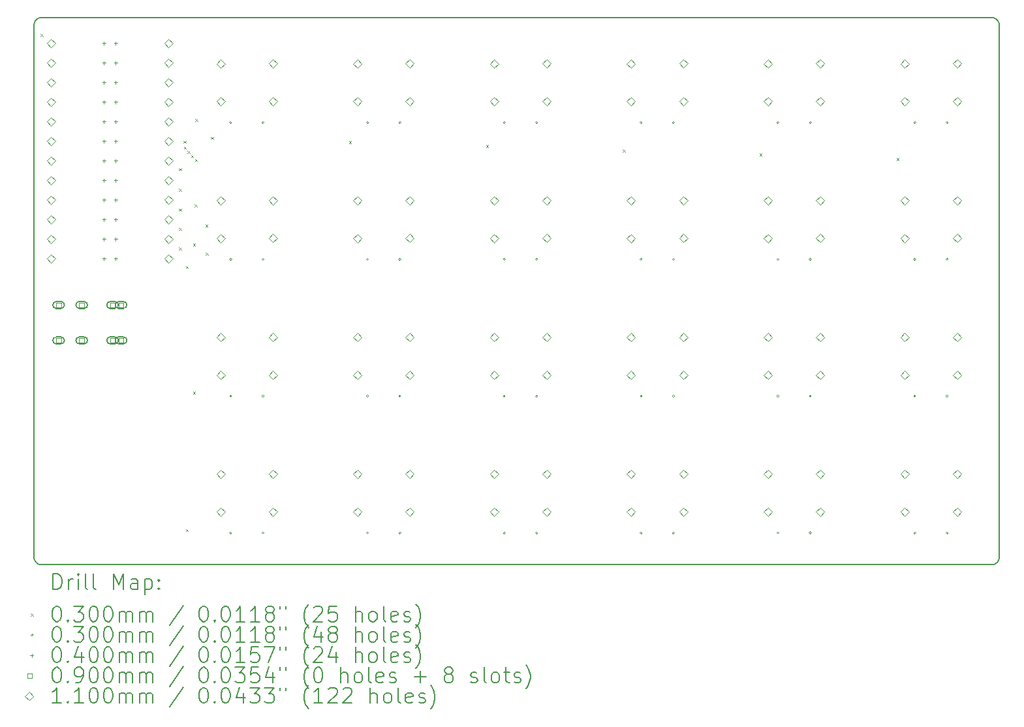
<source format=gbr>
%TF.GenerationSoftware,KiCad,Pcbnew,(6.0.10)*%
%TF.CreationDate,2023-01-29T20:47:39-05:00*%
%TF.ProjectId,shortstack,73686f72-7473-4746-9163-6b2e6b696361,v1.0.0*%
%TF.SameCoordinates,Original*%
%TF.FileFunction,Drillmap*%
%TF.FilePolarity,Positive*%
%FSLAX45Y45*%
G04 Gerber Fmt 4.5, Leading zero omitted, Abs format (unit mm)*
G04 Created by KiCad (PCBNEW (6.0.10)) date 2023-01-29 20:47:39*
%MOMM*%
%LPD*%
G01*
G04 APERTURE LIST*
%ADD10C,0.150000*%
%ADD11C,0.200000*%
%ADD12C,0.030000*%
%ADD13C,0.040000*%
%ADD14C,0.090000*%
%ADD15C,0.110000*%
G04 APERTURE END LIST*
D10*
X9662500Y-887500D02*
G75*
G03*
X9762500Y-787500I0J100000D01*
G01*
X9762500Y6112500D02*
G75*
G03*
X9662500Y6212500I-100000J0D01*
G01*
X-2762500Y-787500D02*
G75*
G03*
X-2662500Y-887500I100000J0D01*
G01*
X-2662500Y6212500D02*
X9662500Y6212500D01*
X9762500Y6112500D02*
X9762500Y-787500D01*
X9662500Y-887500D02*
X-2662500Y-887500D01*
X-2762500Y-787500D02*
X-2762500Y6112500D01*
X-2662500Y6212500D02*
G75*
G03*
X-2762500Y6112500I0J-100000D01*
G01*
D11*
D12*
X-2676086Y5997804D02*
X-2646086Y5967804D01*
X-2646086Y5997804D02*
X-2676086Y5967804D01*
X-882185Y4257642D02*
X-852185Y4227642D01*
X-852185Y4257642D02*
X-882185Y4227642D01*
X-882104Y3226705D02*
X-852104Y3196705D01*
X-852104Y3226705D02*
X-882104Y3196705D01*
X-881633Y3732604D02*
X-851633Y3702604D01*
X-851633Y3732604D02*
X-881633Y3702604D01*
X-880972Y3482227D02*
X-850972Y3452227D01*
X-850972Y3482227D02*
X-880972Y3452227D01*
X-879422Y3990846D02*
X-849422Y3960846D01*
X-849422Y3990846D02*
X-879422Y3960846D01*
X-819313Y4611450D02*
X-789313Y4581450D01*
X-789313Y4611450D02*
X-819313Y4581450D01*
X-818364Y4537941D02*
X-788364Y4507941D01*
X-788364Y4537941D02*
X-818364Y4507941D01*
X-792135Y2986330D02*
X-762135Y2956330D01*
X-762135Y2986330D02*
X-792135Y2956330D01*
X-791311Y-423716D02*
X-761311Y-453716D01*
X-761311Y-423716D02*
X-791311Y-453716D01*
X-772317Y4481747D02*
X-742317Y4451747D01*
X-742317Y4481747D02*
X-772317Y4451747D01*
X-723961Y4427528D02*
X-693961Y4397528D01*
X-693961Y4427528D02*
X-723961Y4397528D01*
X-696908Y1359720D02*
X-666908Y1329720D01*
X-666908Y1359720D02*
X-696908Y1329720D01*
X-696658Y3278154D02*
X-666658Y3248154D01*
X-666658Y3278154D02*
X-696658Y3248154D01*
X-678651Y3785789D02*
X-648651Y3755789D01*
X-648651Y3785789D02*
X-678651Y3755789D01*
X-671451Y4377158D02*
X-641451Y4347158D01*
X-641451Y4377158D02*
X-671451Y4347158D01*
X-666589Y4897742D02*
X-636589Y4867742D01*
X-636589Y4897742D02*
X-666589Y4867742D01*
X-535458Y3525313D02*
X-505458Y3495313D01*
X-505458Y3525313D02*
X-535458Y3495313D01*
X-534234Y3159390D02*
X-504234Y3129390D01*
X-504234Y3159390D02*
X-534234Y3129390D01*
X-464999Y4663741D02*
X-434999Y4633741D01*
X-434999Y4663741D02*
X-464999Y4633741D01*
X1327299Y4609722D02*
X1357299Y4579722D01*
X1357299Y4609722D02*
X1327299Y4579722D01*
X3102299Y4556975D02*
X3132299Y4526975D01*
X3132299Y4556975D02*
X3102299Y4526975D01*
X4877299Y4498757D02*
X4907299Y4468757D01*
X4907299Y4498757D02*
X4877299Y4468757D01*
X6652299Y4445916D02*
X6682299Y4415916D01*
X6682299Y4445916D02*
X6652299Y4415916D01*
X8427299Y4390228D02*
X8457299Y4360228D01*
X8457299Y4390228D02*
X8427299Y4360228D01*
X-195000Y4850000D02*
G75*
G03*
X-195000Y4850000I-15000J0D01*
G01*
X-195000Y3075000D02*
G75*
G03*
X-195000Y3075000I-15000J0D01*
G01*
X-195000Y1300000D02*
G75*
G03*
X-195000Y1300000I-15000J0D01*
G01*
X-195000Y-475000D02*
G75*
G03*
X-195000Y-475000I-15000J0D01*
G01*
X225000Y4850000D02*
G75*
G03*
X225000Y4850000I-15000J0D01*
G01*
X225000Y3075000D02*
G75*
G03*
X225000Y3075000I-15000J0D01*
G01*
X225000Y1300000D02*
G75*
G03*
X225000Y1300000I-15000J0D01*
G01*
X225000Y-475000D02*
G75*
G03*
X225000Y-475000I-15000J0D01*
G01*
X1580000Y4850000D02*
G75*
G03*
X1580000Y4850000I-15000J0D01*
G01*
X1580000Y3075000D02*
G75*
G03*
X1580000Y3075000I-15000J0D01*
G01*
X1580000Y1300000D02*
G75*
G03*
X1580000Y1300000I-15000J0D01*
G01*
X1580000Y-475000D02*
G75*
G03*
X1580000Y-475000I-15000J0D01*
G01*
X2000000Y4850000D02*
G75*
G03*
X2000000Y4850000I-15000J0D01*
G01*
X2000000Y3075000D02*
G75*
G03*
X2000000Y3075000I-15000J0D01*
G01*
X2000000Y1300000D02*
G75*
G03*
X2000000Y1300000I-15000J0D01*
G01*
X2000000Y-475000D02*
G75*
G03*
X2000000Y-475000I-15000J0D01*
G01*
X3355000Y4850000D02*
G75*
G03*
X3355000Y4850000I-15000J0D01*
G01*
X3355000Y3075000D02*
G75*
G03*
X3355000Y3075000I-15000J0D01*
G01*
X3355000Y1300000D02*
G75*
G03*
X3355000Y1300000I-15000J0D01*
G01*
X3355000Y-475000D02*
G75*
G03*
X3355000Y-475000I-15000J0D01*
G01*
X3775000Y4850000D02*
G75*
G03*
X3775000Y4850000I-15000J0D01*
G01*
X3775000Y3075000D02*
G75*
G03*
X3775000Y3075000I-15000J0D01*
G01*
X3775000Y1300000D02*
G75*
G03*
X3775000Y1300000I-15000J0D01*
G01*
X3775000Y-475000D02*
G75*
G03*
X3775000Y-475000I-15000J0D01*
G01*
X5130000Y4850000D02*
G75*
G03*
X5130000Y4850000I-15000J0D01*
G01*
X5130000Y3075000D02*
G75*
G03*
X5130000Y3075000I-15000J0D01*
G01*
X5130000Y1300000D02*
G75*
G03*
X5130000Y1300000I-15000J0D01*
G01*
X5130000Y-475000D02*
G75*
G03*
X5130000Y-475000I-15000J0D01*
G01*
X5550000Y4850000D02*
G75*
G03*
X5550000Y4850000I-15000J0D01*
G01*
X5550000Y3075000D02*
G75*
G03*
X5550000Y3075000I-15000J0D01*
G01*
X5550000Y1300000D02*
G75*
G03*
X5550000Y1300000I-15000J0D01*
G01*
X5550000Y-475000D02*
G75*
G03*
X5550000Y-475000I-15000J0D01*
G01*
X6905000Y4850000D02*
G75*
G03*
X6905000Y4850000I-15000J0D01*
G01*
X6905000Y3075000D02*
G75*
G03*
X6905000Y3075000I-15000J0D01*
G01*
X6905000Y1300000D02*
G75*
G03*
X6905000Y1300000I-15000J0D01*
G01*
X6905000Y-475000D02*
G75*
G03*
X6905000Y-475000I-15000J0D01*
G01*
X7325000Y4850000D02*
G75*
G03*
X7325000Y4850000I-15000J0D01*
G01*
X7325000Y3075000D02*
G75*
G03*
X7325000Y3075000I-15000J0D01*
G01*
X7325000Y1300000D02*
G75*
G03*
X7325000Y1300000I-15000J0D01*
G01*
X7325000Y-475000D02*
G75*
G03*
X7325000Y-475000I-15000J0D01*
G01*
X8680000Y4850000D02*
G75*
G03*
X8680000Y4850000I-15000J0D01*
G01*
X8680000Y3075000D02*
G75*
G03*
X8680000Y3075000I-15000J0D01*
G01*
X8680000Y1300000D02*
G75*
G03*
X8680000Y1300000I-15000J0D01*
G01*
X8680000Y-475000D02*
G75*
G03*
X8680000Y-475000I-15000J0D01*
G01*
X9100000Y4850000D02*
G75*
G03*
X9100000Y4850000I-15000J0D01*
G01*
X9100000Y3075000D02*
G75*
G03*
X9100000Y3075000I-15000J0D01*
G01*
X9100000Y1300000D02*
G75*
G03*
X9100000Y1300000I-15000J0D01*
G01*
X9100000Y-475000D02*
G75*
G03*
X9100000Y-475000I-15000J0D01*
G01*
D13*
X-1854196Y5898442D02*
X-1854196Y5858442D01*
X-1874196Y5878442D02*
X-1834196Y5878442D01*
X-1854196Y5644442D02*
X-1854196Y5604442D01*
X-1874196Y5624442D02*
X-1834196Y5624442D01*
X-1854196Y5390442D02*
X-1854196Y5350442D01*
X-1874196Y5370442D02*
X-1834196Y5370442D01*
X-1854196Y5136442D02*
X-1854196Y5096442D01*
X-1874196Y5116442D02*
X-1834196Y5116442D01*
X-1854196Y4882442D02*
X-1854196Y4842442D01*
X-1874196Y4862442D02*
X-1834196Y4862442D01*
X-1854196Y4628442D02*
X-1854196Y4588442D01*
X-1874196Y4608442D02*
X-1834196Y4608442D01*
X-1854196Y4374442D02*
X-1854196Y4334442D01*
X-1874196Y4354442D02*
X-1834196Y4354442D01*
X-1854196Y4120442D02*
X-1854196Y4080442D01*
X-1874196Y4100442D02*
X-1834196Y4100442D01*
X-1854196Y3866442D02*
X-1854196Y3826442D01*
X-1874196Y3846442D02*
X-1834196Y3846442D01*
X-1854196Y3612442D02*
X-1854196Y3572442D01*
X-1874196Y3592442D02*
X-1834196Y3592442D01*
X-1854196Y3358442D02*
X-1854196Y3318442D01*
X-1874196Y3338442D02*
X-1834196Y3338442D01*
X-1854196Y3104442D02*
X-1854196Y3064442D01*
X-1874196Y3084442D02*
X-1834196Y3084442D01*
X-1701796Y5898442D02*
X-1701796Y5858442D01*
X-1721796Y5878442D02*
X-1681796Y5878442D01*
X-1701796Y5644442D02*
X-1701796Y5604442D01*
X-1721796Y5624442D02*
X-1681796Y5624442D01*
X-1701796Y5390442D02*
X-1701796Y5350442D01*
X-1721796Y5370442D02*
X-1681796Y5370442D01*
X-1701796Y5136442D02*
X-1701796Y5096442D01*
X-1721796Y5116442D02*
X-1681796Y5116442D01*
X-1701796Y4882442D02*
X-1701796Y4842442D01*
X-1721796Y4862442D02*
X-1681796Y4862442D01*
X-1701796Y4628442D02*
X-1701796Y4588442D01*
X-1721796Y4608442D02*
X-1681796Y4608442D01*
X-1701796Y4374442D02*
X-1701796Y4334442D01*
X-1721796Y4354442D02*
X-1681796Y4354442D01*
X-1701796Y4120442D02*
X-1701796Y4080442D01*
X-1721796Y4100442D02*
X-1681796Y4100442D01*
X-1701796Y3866442D02*
X-1701796Y3826442D01*
X-1721796Y3846442D02*
X-1681796Y3846442D01*
X-1701796Y3612442D02*
X-1701796Y3572442D01*
X-1721796Y3592442D02*
X-1681796Y3592442D01*
X-1701796Y3358442D02*
X-1701796Y3318442D01*
X-1721796Y3338442D02*
X-1681796Y3338442D01*
X-1701796Y3104442D02*
X-1701796Y3064442D01*
X-1721796Y3084442D02*
X-1681796Y3084442D01*
D14*
X-2410069Y2451207D02*
X-2410069Y2514848D01*
X-2473709Y2514848D01*
X-2473709Y2451207D01*
X-2410069Y2451207D01*
D11*
X-2471889Y2438027D02*
X-2411889Y2438027D01*
X-2471889Y2528027D02*
X-2411889Y2528027D01*
X-2411889Y2438027D02*
G75*
G03*
X-2411889Y2528027I0J45000D01*
G01*
X-2471889Y2528027D02*
G75*
G03*
X-2471889Y2438027I0J-45000D01*
G01*
D14*
X-2410069Y1991207D02*
X-2410069Y2054847D01*
X-2473709Y2054847D01*
X-2473709Y1991207D01*
X-2410069Y1991207D01*
D11*
X-2471889Y1978027D02*
X-2411889Y1978027D01*
X-2471889Y2068027D02*
X-2411889Y2068027D01*
X-2411889Y1978027D02*
G75*
G03*
X-2411889Y2068027I0J45000D01*
G01*
X-2471889Y2068027D02*
G75*
G03*
X-2471889Y1978027I0J-45000D01*
G01*
D14*
X-2110069Y2451207D02*
X-2110069Y2514848D01*
X-2173709Y2514848D01*
X-2173709Y2451207D01*
X-2110069Y2451207D01*
D11*
X-2171889Y2438027D02*
X-2111889Y2438027D01*
X-2171889Y2528027D02*
X-2111889Y2528027D01*
X-2111889Y2438027D02*
G75*
G03*
X-2111889Y2528027I0J45000D01*
G01*
X-2171889Y2528027D02*
G75*
G03*
X-2171889Y2438027I0J-45000D01*
G01*
D14*
X-2110069Y1991207D02*
X-2110069Y2054847D01*
X-2173709Y2054847D01*
X-2173709Y1991207D01*
X-2110069Y1991207D01*
D11*
X-2171889Y1978027D02*
X-2111889Y1978027D01*
X-2171889Y2068027D02*
X-2111889Y2068027D01*
X-2111889Y1978027D02*
G75*
G03*
X-2111889Y2068027I0J45000D01*
G01*
X-2171889Y2068027D02*
G75*
G03*
X-2171889Y1978027I0J-45000D01*
G01*
D14*
X-1710069Y2451207D02*
X-1710069Y2514848D01*
X-1773709Y2514848D01*
X-1773709Y2451207D01*
X-1710069Y2451207D01*
D11*
X-1771889Y2438027D02*
X-1711889Y2438027D01*
X-1771889Y2528027D02*
X-1711889Y2528027D01*
X-1711889Y2438027D02*
G75*
G03*
X-1711889Y2528027I0J45000D01*
G01*
X-1771889Y2528027D02*
G75*
G03*
X-1771889Y2438027I0J-45000D01*
G01*
D14*
X-1710069Y1991207D02*
X-1710069Y2054847D01*
X-1773709Y2054847D01*
X-1773709Y1991207D01*
X-1710069Y1991207D01*
D11*
X-1771889Y1978027D02*
X-1711889Y1978027D01*
X-1771889Y2068027D02*
X-1711889Y2068027D01*
X-1711889Y1978027D02*
G75*
G03*
X-1711889Y2068027I0J45000D01*
G01*
X-1771889Y2068027D02*
G75*
G03*
X-1771889Y1978027I0J-45000D01*
G01*
D14*
X-1600069Y2451207D02*
X-1600069Y2514848D01*
X-1663709Y2514848D01*
X-1663709Y2451207D01*
X-1600069Y2451207D01*
D11*
X-1661889Y2438027D02*
X-1601889Y2438027D01*
X-1661889Y2528027D02*
X-1601889Y2528027D01*
X-1601889Y2438027D02*
G75*
G03*
X-1601889Y2528027I0J45000D01*
G01*
X-1661889Y2528027D02*
G75*
G03*
X-1661889Y2438027I0J-45000D01*
G01*
D14*
X-1600069Y1991207D02*
X-1600069Y2054847D01*
X-1663709Y2054847D01*
X-1663709Y1991207D01*
X-1600069Y1991207D01*
D11*
X-1661889Y1978027D02*
X-1601889Y1978027D01*
X-1661889Y2068027D02*
X-1601889Y2068027D01*
X-1601889Y1978027D02*
G75*
G03*
X-1601889Y2068027I0J45000D01*
G01*
X-1661889Y2068027D02*
G75*
G03*
X-1661889Y1978027I0J-45000D01*
G01*
D15*
X-2539997Y5823442D02*
X-2484997Y5878442D01*
X-2539997Y5933442D01*
X-2594997Y5878442D01*
X-2539997Y5823442D01*
X-2539997Y5823442D02*
X-2484997Y5878442D01*
X-2539997Y5933442D01*
X-2594997Y5878442D01*
X-2539997Y5823442D01*
X-2539997Y5569442D02*
X-2484997Y5624442D01*
X-2539997Y5679442D01*
X-2594997Y5624442D01*
X-2539997Y5569442D01*
X-2539997Y5315442D02*
X-2484997Y5370442D01*
X-2539997Y5425442D01*
X-2594997Y5370442D01*
X-2539997Y5315442D01*
X-2539997Y5061442D02*
X-2484997Y5116442D01*
X-2539997Y5171442D01*
X-2594997Y5116442D01*
X-2539997Y5061442D01*
X-2539997Y4807442D02*
X-2484997Y4862442D01*
X-2539997Y4917442D01*
X-2594997Y4862442D01*
X-2539997Y4807442D01*
X-2539997Y4553442D02*
X-2484997Y4608442D01*
X-2539997Y4663442D01*
X-2594997Y4608442D01*
X-2539997Y4553442D01*
X-2539997Y4299442D02*
X-2484997Y4354442D01*
X-2539997Y4409442D01*
X-2594997Y4354442D01*
X-2539997Y4299442D01*
X-2539997Y4045442D02*
X-2484997Y4100442D01*
X-2539997Y4155442D01*
X-2594997Y4100442D01*
X-2539997Y4045442D01*
X-2539997Y3791442D02*
X-2484997Y3846442D01*
X-2539997Y3901442D01*
X-2594997Y3846442D01*
X-2539997Y3791442D01*
X-2539997Y3537442D02*
X-2484997Y3592442D01*
X-2539997Y3647442D01*
X-2594997Y3592442D01*
X-2539997Y3537442D01*
X-2539997Y3283442D02*
X-2484997Y3338442D01*
X-2539997Y3393442D01*
X-2594997Y3338442D01*
X-2539997Y3283442D01*
X-2539997Y3029442D02*
X-2484997Y3084442D01*
X-2539997Y3139442D01*
X-2594997Y3084442D01*
X-2539997Y3029442D01*
X-1015996Y5823442D02*
X-960996Y5878442D01*
X-1015996Y5933442D01*
X-1070997Y5878442D01*
X-1015996Y5823442D01*
X-1015996Y5823442D02*
X-960996Y5878442D01*
X-1015996Y5933442D01*
X-1070997Y5878442D01*
X-1015996Y5823442D01*
X-1015996Y5569442D02*
X-960996Y5624442D01*
X-1015996Y5679442D01*
X-1070997Y5624442D01*
X-1015996Y5569442D01*
X-1015996Y5315442D02*
X-960996Y5370442D01*
X-1015996Y5425442D01*
X-1070997Y5370442D01*
X-1015996Y5315442D01*
X-1015996Y5061442D02*
X-960996Y5116442D01*
X-1015996Y5171442D01*
X-1070997Y5116442D01*
X-1015996Y5061442D01*
X-1015996Y4807442D02*
X-960996Y4862442D01*
X-1015996Y4917442D01*
X-1070997Y4862442D01*
X-1015996Y4807442D01*
X-1015996Y4553442D02*
X-960996Y4608442D01*
X-1015996Y4663442D01*
X-1070997Y4608442D01*
X-1015996Y4553442D01*
X-1015996Y4299442D02*
X-960996Y4354442D01*
X-1015996Y4409442D01*
X-1070997Y4354442D01*
X-1015996Y4299442D01*
X-1015996Y4045442D02*
X-960996Y4100442D01*
X-1015996Y4155442D01*
X-1070997Y4100442D01*
X-1015996Y4045442D01*
X-1015996Y3791442D02*
X-960996Y3846442D01*
X-1015996Y3901442D01*
X-1070997Y3846442D01*
X-1015996Y3791442D01*
X-1015996Y3537442D02*
X-960996Y3592442D01*
X-1015996Y3647442D01*
X-1070997Y3592442D01*
X-1015996Y3537442D01*
X-1015996Y3283442D02*
X-960996Y3338442D01*
X-1015996Y3393442D01*
X-1070997Y3338442D01*
X-1015996Y3283442D01*
X-1015996Y3029442D02*
X-960996Y3084442D01*
X-1015996Y3139442D01*
X-1070997Y3084442D01*
X-1015996Y3029442D01*
X-340001Y5558766D02*
X-285001Y5613766D01*
X-340001Y5668766D01*
X-395001Y5613766D01*
X-340001Y5558766D01*
X-340001Y5068766D02*
X-285001Y5123766D01*
X-340001Y5178766D01*
X-395001Y5123766D01*
X-340001Y5068766D01*
X-340001Y3783766D02*
X-285001Y3838766D01*
X-340001Y3893766D01*
X-395001Y3838766D01*
X-340001Y3783766D01*
X-340001Y3293766D02*
X-285001Y3348766D01*
X-340001Y3403766D01*
X-395001Y3348766D01*
X-340001Y3293766D01*
X-340001Y2008766D02*
X-285001Y2063766D01*
X-340001Y2118766D01*
X-395001Y2063766D01*
X-340001Y2008766D01*
X-340001Y1518766D02*
X-285001Y1573766D01*
X-340001Y1628766D01*
X-395001Y1573766D01*
X-340001Y1518766D01*
X-340001Y233766D02*
X-285001Y288766D01*
X-340001Y343766D01*
X-395001Y288766D01*
X-340001Y233766D01*
X-340001Y-256234D02*
X-285001Y-201234D01*
X-340001Y-146234D01*
X-395001Y-201234D01*
X-340001Y-256234D01*
X340001Y5560000D02*
X395001Y5615000D01*
X340001Y5670000D01*
X285001Y5615000D01*
X340001Y5560000D01*
X340001Y5070000D02*
X395001Y5125000D01*
X340001Y5180000D01*
X285001Y5125000D01*
X340001Y5070000D01*
X340001Y3785000D02*
X395001Y3840000D01*
X340001Y3895000D01*
X285001Y3840000D01*
X340001Y3785000D01*
X340001Y3295000D02*
X395001Y3350000D01*
X340001Y3405000D01*
X285001Y3350000D01*
X340001Y3295000D01*
X340001Y2010000D02*
X395001Y2065000D01*
X340001Y2120000D01*
X285001Y2065000D01*
X340001Y2010000D01*
X340001Y1520000D02*
X395001Y1575000D01*
X340001Y1630000D01*
X285001Y1575000D01*
X340001Y1520000D01*
X340001Y235000D02*
X395001Y290000D01*
X340001Y345000D01*
X285001Y290000D01*
X340001Y235000D01*
X340001Y-255000D02*
X395001Y-200000D01*
X340001Y-145000D01*
X285001Y-200000D01*
X340001Y-255000D01*
X1434999Y5558766D02*
X1489999Y5613766D01*
X1434999Y5668766D01*
X1379999Y5613766D01*
X1434999Y5558766D01*
X1434999Y5068766D02*
X1489999Y5123766D01*
X1434999Y5178766D01*
X1379999Y5123766D01*
X1434999Y5068766D01*
X1434999Y3783766D02*
X1489999Y3838766D01*
X1434999Y3893766D01*
X1379999Y3838766D01*
X1434999Y3783766D01*
X1434999Y3293766D02*
X1489999Y3348766D01*
X1434999Y3403766D01*
X1379999Y3348766D01*
X1434999Y3293766D01*
X1434999Y2008766D02*
X1489999Y2063766D01*
X1434999Y2118766D01*
X1379999Y2063766D01*
X1434999Y2008766D01*
X1434999Y1518766D02*
X1489999Y1573766D01*
X1434999Y1628766D01*
X1379999Y1573766D01*
X1434999Y1518766D01*
X1434999Y233766D02*
X1489999Y288766D01*
X1434999Y343766D01*
X1379999Y288766D01*
X1434999Y233766D01*
X1434999Y-256234D02*
X1489999Y-201234D01*
X1434999Y-146234D01*
X1379999Y-201234D01*
X1434999Y-256234D01*
X2115001Y5560000D02*
X2170001Y5615000D01*
X2115001Y5670000D01*
X2060001Y5615000D01*
X2115001Y5560000D01*
X2115001Y5070000D02*
X2170001Y5125000D01*
X2115001Y5180000D01*
X2060001Y5125000D01*
X2115001Y5070000D01*
X2115001Y3785000D02*
X2170001Y3840000D01*
X2115001Y3895000D01*
X2060001Y3840000D01*
X2115001Y3785000D01*
X2115001Y3295000D02*
X2170001Y3350000D01*
X2115001Y3405000D01*
X2060001Y3350000D01*
X2115001Y3295000D01*
X2115001Y2010000D02*
X2170001Y2065000D01*
X2115001Y2120000D01*
X2060001Y2065000D01*
X2115001Y2010000D01*
X2115001Y1520000D02*
X2170001Y1575000D01*
X2115001Y1630000D01*
X2060001Y1575000D01*
X2115001Y1520000D01*
X2115001Y235000D02*
X2170001Y290000D01*
X2115001Y345000D01*
X2060001Y290000D01*
X2115001Y235000D01*
X2115001Y-255000D02*
X2170001Y-200000D01*
X2115001Y-145000D01*
X2060001Y-200000D01*
X2115001Y-255000D01*
X3209999Y5558766D02*
X3264999Y5613766D01*
X3209999Y5668766D01*
X3154999Y5613766D01*
X3209999Y5558766D01*
X3209999Y5068766D02*
X3264999Y5123766D01*
X3209999Y5178766D01*
X3154999Y5123766D01*
X3209999Y5068766D01*
X3209999Y3783766D02*
X3264999Y3838766D01*
X3209999Y3893766D01*
X3154999Y3838766D01*
X3209999Y3783766D01*
X3209999Y3293766D02*
X3264999Y3348766D01*
X3209999Y3403766D01*
X3154999Y3348766D01*
X3209999Y3293766D01*
X3209999Y2008766D02*
X3264999Y2063766D01*
X3209999Y2118766D01*
X3154999Y2063766D01*
X3209999Y2008766D01*
X3209999Y1518766D02*
X3264999Y1573766D01*
X3209999Y1628766D01*
X3154999Y1573766D01*
X3209999Y1518766D01*
X3209999Y233766D02*
X3264999Y288766D01*
X3209999Y343766D01*
X3154999Y288766D01*
X3209999Y233766D01*
X3209999Y-256234D02*
X3264999Y-201234D01*
X3209999Y-146234D01*
X3154999Y-201234D01*
X3209999Y-256234D01*
X3890001Y5560000D02*
X3945001Y5615000D01*
X3890001Y5670000D01*
X3835001Y5615000D01*
X3890001Y5560000D01*
X3890001Y5070000D02*
X3945001Y5125000D01*
X3890001Y5180000D01*
X3835001Y5125000D01*
X3890001Y5070000D01*
X3890001Y3785000D02*
X3945001Y3840000D01*
X3890001Y3895000D01*
X3835001Y3840000D01*
X3890001Y3785000D01*
X3890001Y3295000D02*
X3945001Y3350000D01*
X3890001Y3405000D01*
X3835001Y3350000D01*
X3890001Y3295000D01*
X3890001Y2010000D02*
X3945001Y2065000D01*
X3890001Y2120000D01*
X3835001Y2065000D01*
X3890001Y2010000D01*
X3890001Y1520000D02*
X3945001Y1575000D01*
X3890001Y1630000D01*
X3835001Y1575000D01*
X3890001Y1520000D01*
X3890001Y235000D02*
X3945001Y290000D01*
X3890001Y345000D01*
X3835001Y290000D01*
X3890001Y235000D01*
X3890001Y-255000D02*
X3945001Y-200000D01*
X3890001Y-145000D01*
X3835001Y-200000D01*
X3890001Y-255000D01*
X4984999Y5558766D02*
X5039999Y5613766D01*
X4984999Y5668766D01*
X4929999Y5613766D01*
X4984999Y5558766D01*
X4984999Y5068766D02*
X5039999Y5123766D01*
X4984999Y5178766D01*
X4929999Y5123766D01*
X4984999Y5068766D01*
X4984999Y3783766D02*
X5039999Y3838766D01*
X4984999Y3893766D01*
X4929999Y3838766D01*
X4984999Y3783766D01*
X4984999Y3293766D02*
X5039999Y3348766D01*
X4984999Y3403766D01*
X4929999Y3348766D01*
X4984999Y3293766D01*
X4984999Y2008766D02*
X5039999Y2063766D01*
X4984999Y2118766D01*
X4929999Y2063766D01*
X4984999Y2008766D01*
X4984999Y1518766D02*
X5039999Y1573766D01*
X4984999Y1628766D01*
X4929999Y1573766D01*
X4984999Y1518766D01*
X4984999Y233766D02*
X5039999Y288766D01*
X4984999Y343766D01*
X4929999Y288766D01*
X4984999Y233766D01*
X4984999Y-256234D02*
X5039999Y-201234D01*
X4984999Y-146234D01*
X4929999Y-201234D01*
X4984999Y-256234D01*
X5665001Y5560000D02*
X5720001Y5615000D01*
X5665001Y5670000D01*
X5610001Y5615000D01*
X5665001Y5560000D01*
X5665001Y5070000D02*
X5720001Y5125000D01*
X5665001Y5180000D01*
X5610001Y5125000D01*
X5665001Y5070000D01*
X5665001Y3785000D02*
X5720001Y3840000D01*
X5665001Y3895000D01*
X5610001Y3840000D01*
X5665001Y3785000D01*
X5665001Y3295000D02*
X5720001Y3350000D01*
X5665001Y3405000D01*
X5610001Y3350000D01*
X5665001Y3295000D01*
X5665001Y2010000D02*
X5720001Y2065000D01*
X5665001Y2120000D01*
X5610001Y2065000D01*
X5665001Y2010000D01*
X5665001Y1520000D02*
X5720001Y1575000D01*
X5665001Y1630000D01*
X5610001Y1575000D01*
X5665001Y1520000D01*
X5665001Y235000D02*
X5720001Y290000D01*
X5665001Y345000D01*
X5610001Y290000D01*
X5665001Y235000D01*
X5665001Y-255000D02*
X5720001Y-200000D01*
X5665001Y-145000D01*
X5610001Y-200000D01*
X5665001Y-255000D01*
X6759999Y5558766D02*
X6814999Y5613766D01*
X6759999Y5668766D01*
X6704999Y5613766D01*
X6759999Y5558766D01*
X6759999Y5068766D02*
X6814999Y5123766D01*
X6759999Y5178766D01*
X6704999Y5123766D01*
X6759999Y5068766D01*
X6759999Y3783766D02*
X6814999Y3838766D01*
X6759999Y3893766D01*
X6704999Y3838766D01*
X6759999Y3783766D01*
X6759999Y3293766D02*
X6814999Y3348766D01*
X6759999Y3403766D01*
X6704999Y3348766D01*
X6759999Y3293766D01*
X6759999Y2008766D02*
X6814999Y2063766D01*
X6759999Y2118766D01*
X6704999Y2063766D01*
X6759999Y2008766D01*
X6759999Y1518766D02*
X6814999Y1573766D01*
X6759999Y1628766D01*
X6704999Y1573766D01*
X6759999Y1518766D01*
X6759999Y233766D02*
X6814999Y288766D01*
X6759999Y343766D01*
X6704999Y288766D01*
X6759999Y233766D01*
X6759999Y-256234D02*
X6814999Y-201234D01*
X6759999Y-146234D01*
X6704999Y-201234D01*
X6759999Y-256234D01*
X7440001Y5560000D02*
X7495001Y5615000D01*
X7440001Y5670000D01*
X7385001Y5615000D01*
X7440001Y5560000D01*
X7440001Y5070000D02*
X7495001Y5125000D01*
X7440001Y5180000D01*
X7385001Y5125000D01*
X7440001Y5070000D01*
X7440001Y3785000D02*
X7495001Y3840000D01*
X7440001Y3895000D01*
X7385001Y3840000D01*
X7440001Y3785000D01*
X7440001Y3295000D02*
X7495001Y3350000D01*
X7440001Y3405000D01*
X7385001Y3350000D01*
X7440001Y3295000D01*
X7440001Y2010000D02*
X7495001Y2065000D01*
X7440001Y2120000D01*
X7385001Y2065000D01*
X7440001Y2010000D01*
X7440001Y1520000D02*
X7495001Y1575000D01*
X7440001Y1630000D01*
X7385001Y1575000D01*
X7440001Y1520000D01*
X7440001Y235000D02*
X7495001Y290000D01*
X7440001Y345000D01*
X7385001Y290000D01*
X7440001Y235000D01*
X7440001Y-255000D02*
X7495001Y-200000D01*
X7440001Y-145000D01*
X7385001Y-200000D01*
X7440001Y-255000D01*
X8534999Y5558766D02*
X8589999Y5613766D01*
X8534999Y5668766D01*
X8479999Y5613766D01*
X8534999Y5558766D01*
X8534999Y5068766D02*
X8589999Y5123766D01*
X8534999Y5178766D01*
X8479999Y5123766D01*
X8534999Y5068766D01*
X8534999Y3783766D02*
X8589999Y3838766D01*
X8534999Y3893766D01*
X8479999Y3838766D01*
X8534999Y3783766D01*
X8534999Y3293766D02*
X8589999Y3348766D01*
X8534999Y3403766D01*
X8479999Y3348766D01*
X8534999Y3293766D01*
X8534999Y2008766D02*
X8589999Y2063766D01*
X8534999Y2118766D01*
X8479999Y2063766D01*
X8534999Y2008766D01*
X8534999Y1518766D02*
X8589999Y1573766D01*
X8534999Y1628766D01*
X8479999Y1573766D01*
X8534999Y1518766D01*
X8534999Y233766D02*
X8589999Y288766D01*
X8534999Y343766D01*
X8479999Y288766D01*
X8534999Y233766D01*
X8534999Y-256234D02*
X8589999Y-201234D01*
X8534999Y-146234D01*
X8479999Y-201234D01*
X8534999Y-256234D01*
X9215001Y5560000D02*
X9270001Y5615000D01*
X9215001Y5670000D01*
X9160001Y5615000D01*
X9215001Y5560000D01*
X9215001Y5070000D02*
X9270001Y5125000D01*
X9215001Y5180000D01*
X9160001Y5125000D01*
X9215001Y5070000D01*
X9215001Y3785000D02*
X9270001Y3840000D01*
X9215001Y3895000D01*
X9160001Y3840000D01*
X9215001Y3785000D01*
X9215001Y3295000D02*
X9270001Y3350000D01*
X9215001Y3405000D01*
X9160001Y3350000D01*
X9215001Y3295000D01*
X9215001Y2010000D02*
X9270001Y2065000D01*
X9215001Y2120000D01*
X9160001Y2065000D01*
X9215001Y2010000D01*
X9215001Y1520000D02*
X9270001Y1575000D01*
X9215001Y1630000D01*
X9160001Y1575000D01*
X9215001Y1520000D01*
X9215001Y235000D02*
X9270001Y290000D01*
X9215001Y345000D01*
X9160001Y290000D01*
X9215001Y235000D01*
X9215001Y-255000D02*
X9270001Y-200000D01*
X9215001Y-145000D01*
X9160001Y-200000D01*
X9215001Y-255000D01*
D11*
X-2512381Y-1205476D02*
X-2512381Y-1005476D01*
X-2464762Y-1005476D01*
X-2436190Y-1015000D01*
X-2417143Y-1034048D01*
X-2407619Y-1053095D01*
X-2398095Y-1091190D01*
X-2398095Y-1119762D01*
X-2407619Y-1157857D01*
X-2417143Y-1176905D01*
X-2436190Y-1195952D01*
X-2464762Y-1205476D01*
X-2512381Y-1205476D01*
X-2312381Y-1205476D02*
X-2312381Y-1072143D01*
X-2312381Y-1110238D02*
X-2302857Y-1091190D01*
X-2293333Y-1081667D01*
X-2274286Y-1072143D01*
X-2255238Y-1072143D01*
X-2188571Y-1205476D02*
X-2188571Y-1072143D01*
X-2188571Y-1005476D02*
X-2198095Y-1015000D01*
X-2188571Y-1024524D01*
X-2179048Y-1015000D01*
X-2188571Y-1005476D01*
X-2188571Y-1024524D01*
X-2064762Y-1205476D02*
X-2083809Y-1195952D01*
X-2093333Y-1176905D01*
X-2093333Y-1005476D01*
X-1960000Y-1205476D02*
X-1979048Y-1195952D01*
X-1988571Y-1176905D01*
X-1988571Y-1005476D01*
X-1731428Y-1205476D02*
X-1731428Y-1005476D01*
X-1664762Y-1148333D01*
X-1598095Y-1005476D01*
X-1598095Y-1205476D01*
X-1417143Y-1205476D02*
X-1417143Y-1100714D01*
X-1426667Y-1081667D01*
X-1445714Y-1072143D01*
X-1483809Y-1072143D01*
X-1502857Y-1081667D01*
X-1417143Y-1195952D02*
X-1436190Y-1205476D01*
X-1483809Y-1205476D01*
X-1502857Y-1195952D01*
X-1512381Y-1176905D01*
X-1512381Y-1157857D01*
X-1502857Y-1138810D01*
X-1483809Y-1129286D01*
X-1436190Y-1129286D01*
X-1417143Y-1119762D01*
X-1321905Y-1072143D02*
X-1321905Y-1272143D01*
X-1321905Y-1081667D02*
X-1302857Y-1072143D01*
X-1264762Y-1072143D01*
X-1245714Y-1081667D01*
X-1236190Y-1091190D01*
X-1226667Y-1110238D01*
X-1226667Y-1167381D01*
X-1236190Y-1186429D01*
X-1245714Y-1195952D01*
X-1264762Y-1205476D01*
X-1302857Y-1205476D01*
X-1321905Y-1195952D01*
X-1140952Y-1186429D02*
X-1131429Y-1195952D01*
X-1140952Y-1205476D01*
X-1150476Y-1195952D01*
X-1140952Y-1186429D01*
X-1140952Y-1205476D01*
X-1140952Y-1081667D02*
X-1131429Y-1091190D01*
X-1140952Y-1100714D01*
X-1150476Y-1091190D01*
X-1140952Y-1081667D01*
X-1140952Y-1100714D01*
D12*
X-2800000Y-1520000D02*
X-2770000Y-1550000D01*
X-2770000Y-1520000D02*
X-2800000Y-1550000D01*
D11*
X-2474286Y-1425476D02*
X-2455238Y-1425476D01*
X-2436190Y-1435000D01*
X-2426667Y-1444524D01*
X-2417143Y-1463571D01*
X-2407619Y-1501667D01*
X-2407619Y-1549286D01*
X-2417143Y-1587381D01*
X-2426667Y-1606428D01*
X-2436190Y-1615952D01*
X-2455238Y-1625476D01*
X-2474286Y-1625476D01*
X-2493333Y-1615952D01*
X-2502857Y-1606428D01*
X-2512381Y-1587381D01*
X-2521905Y-1549286D01*
X-2521905Y-1501667D01*
X-2512381Y-1463571D01*
X-2502857Y-1444524D01*
X-2493333Y-1435000D01*
X-2474286Y-1425476D01*
X-2321905Y-1606428D02*
X-2312381Y-1615952D01*
X-2321905Y-1625476D01*
X-2331429Y-1615952D01*
X-2321905Y-1606428D01*
X-2321905Y-1625476D01*
X-2245714Y-1425476D02*
X-2121905Y-1425476D01*
X-2188571Y-1501667D01*
X-2160000Y-1501667D01*
X-2140952Y-1511190D01*
X-2131429Y-1520714D01*
X-2121905Y-1539762D01*
X-2121905Y-1587381D01*
X-2131429Y-1606428D01*
X-2140952Y-1615952D01*
X-2160000Y-1625476D01*
X-2217143Y-1625476D01*
X-2236190Y-1615952D01*
X-2245714Y-1606428D01*
X-1998095Y-1425476D02*
X-1979048Y-1425476D01*
X-1960000Y-1435000D01*
X-1950476Y-1444524D01*
X-1940952Y-1463571D01*
X-1931428Y-1501667D01*
X-1931428Y-1549286D01*
X-1940952Y-1587381D01*
X-1950476Y-1606428D01*
X-1960000Y-1615952D01*
X-1979048Y-1625476D01*
X-1998095Y-1625476D01*
X-2017143Y-1615952D01*
X-2026667Y-1606428D01*
X-2036190Y-1587381D01*
X-2045714Y-1549286D01*
X-2045714Y-1501667D01*
X-2036190Y-1463571D01*
X-2026667Y-1444524D01*
X-2017143Y-1435000D01*
X-1998095Y-1425476D01*
X-1807619Y-1425476D02*
X-1788571Y-1425476D01*
X-1769524Y-1435000D01*
X-1760000Y-1444524D01*
X-1750476Y-1463571D01*
X-1740952Y-1501667D01*
X-1740952Y-1549286D01*
X-1750476Y-1587381D01*
X-1760000Y-1606428D01*
X-1769524Y-1615952D01*
X-1788571Y-1625476D01*
X-1807619Y-1625476D01*
X-1826667Y-1615952D01*
X-1836190Y-1606428D01*
X-1845714Y-1587381D01*
X-1855238Y-1549286D01*
X-1855238Y-1501667D01*
X-1845714Y-1463571D01*
X-1836190Y-1444524D01*
X-1826667Y-1435000D01*
X-1807619Y-1425476D01*
X-1655238Y-1625476D02*
X-1655238Y-1492143D01*
X-1655238Y-1511190D02*
X-1645714Y-1501667D01*
X-1626667Y-1492143D01*
X-1598095Y-1492143D01*
X-1579048Y-1501667D01*
X-1569524Y-1520714D01*
X-1569524Y-1625476D01*
X-1569524Y-1520714D02*
X-1560000Y-1501667D01*
X-1540952Y-1492143D01*
X-1512381Y-1492143D01*
X-1493333Y-1501667D01*
X-1483809Y-1520714D01*
X-1483809Y-1625476D01*
X-1388571Y-1625476D02*
X-1388571Y-1492143D01*
X-1388571Y-1511190D02*
X-1379048Y-1501667D01*
X-1360000Y-1492143D01*
X-1331429Y-1492143D01*
X-1312381Y-1501667D01*
X-1302857Y-1520714D01*
X-1302857Y-1625476D01*
X-1302857Y-1520714D02*
X-1293333Y-1501667D01*
X-1274286Y-1492143D01*
X-1245714Y-1492143D01*
X-1226667Y-1501667D01*
X-1217143Y-1520714D01*
X-1217143Y-1625476D01*
X-826667Y-1415952D02*
X-998095Y-1673095D01*
X-569524Y-1425476D02*
X-550476Y-1425476D01*
X-531429Y-1435000D01*
X-521905Y-1444524D01*
X-512381Y-1463571D01*
X-502857Y-1501667D01*
X-502857Y-1549286D01*
X-512381Y-1587381D01*
X-521905Y-1606428D01*
X-531429Y-1615952D01*
X-550476Y-1625476D01*
X-569524Y-1625476D01*
X-588571Y-1615952D01*
X-598095Y-1606428D01*
X-607619Y-1587381D01*
X-617143Y-1549286D01*
X-617143Y-1501667D01*
X-607619Y-1463571D01*
X-598095Y-1444524D01*
X-588571Y-1435000D01*
X-569524Y-1425476D01*
X-417143Y-1606428D02*
X-407619Y-1615952D01*
X-417143Y-1625476D01*
X-426667Y-1615952D01*
X-417143Y-1606428D01*
X-417143Y-1625476D01*
X-283810Y-1425476D02*
X-264762Y-1425476D01*
X-245714Y-1435000D01*
X-236190Y-1444524D01*
X-226667Y-1463571D01*
X-217143Y-1501667D01*
X-217143Y-1549286D01*
X-226667Y-1587381D01*
X-236190Y-1606428D01*
X-245714Y-1615952D01*
X-264762Y-1625476D01*
X-283810Y-1625476D01*
X-302857Y-1615952D01*
X-312381Y-1606428D01*
X-321905Y-1587381D01*
X-331429Y-1549286D01*
X-331429Y-1501667D01*
X-321905Y-1463571D01*
X-312381Y-1444524D01*
X-302857Y-1435000D01*
X-283810Y-1425476D01*
X-26667Y-1625476D02*
X-140952Y-1625476D01*
X-83810Y-1625476D02*
X-83810Y-1425476D01*
X-102857Y-1454048D01*
X-121905Y-1473095D01*
X-140952Y-1482619D01*
X163810Y-1625476D02*
X49524Y-1625476D01*
X106667Y-1625476D02*
X106667Y-1425476D01*
X87619Y-1454048D01*
X68571Y-1473095D01*
X49524Y-1482619D01*
X278095Y-1511190D02*
X259048Y-1501667D01*
X249524Y-1492143D01*
X240000Y-1473095D01*
X240000Y-1463571D01*
X249524Y-1444524D01*
X259048Y-1435000D01*
X278095Y-1425476D01*
X316190Y-1425476D01*
X335238Y-1435000D01*
X344762Y-1444524D01*
X354286Y-1463571D01*
X354286Y-1473095D01*
X344762Y-1492143D01*
X335238Y-1501667D01*
X316190Y-1511190D01*
X278095Y-1511190D01*
X259048Y-1520714D01*
X249524Y-1530238D01*
X240000Y-1549286D01*
X240000Y-1587381D01*
X249524Y-1606428D01*
X259048Y-1615952D01*
X278095Y-1625476D01*
X316190Y-1625476D01*
X335238Y-1615952D01*
X344762Y-1606428D01*
X354286Y-1587381D01*
X354286Y-1549286D01*
X344762Y-1530238D01*
X335238Y-1520714D01*
X316190Y-1511190D01*
X430476Y-1425476D02*
X430476Y-1463571D01*
X506667Y-1425476D02*
X506667Y-1463571D01*
X801905Y-1701667D02*
X792381Y-1692143D01*
X773333Y-1663571D01*
X763809Y-1644524D01*
X754286Y-1615952D01*
X744762Y-1568333D01*
X744762Y-1530238D01*
X754286Y-1482619D01*
X763809Y-1454048D01*
X773333Y-1435000D01*
X792381Y-1406428D01*
X801905Y-1396905D01*
X868571Y-1444524D02*
X878095Y-1435000D01*
X897143Y-1425476D01*
X944762Y-1425476D01*
X963809Y-1435000D01*
X973333Y-1444524D01*
X982857Y-1463571D01*
X982857Y-1482619D01*
X973333Y-1511190D01*
X859048Y-1625476D01*
X982857Y-1625476D01*
X1163810Y-1425476D02*
X1068571Y-1425476D01*
X1059048Y-1520714D01*
X1068571Y-1511190D01*
X1087619Y-1501667D01*
X1135238Y-1501667D01*
X1154286Y-1511190D01*
X1163810Y-1520714D01*
X1173333Y-1539762D01*
X1173333Y-1587381D01*
X1163810Y-1606428D01*
X1154286Y-1615952D01*
X1135238Y-1625476D01*
X1087619Y-1625476D01*
X1068571Y-1615952D01*
X1059048Y-1606428D01*
X1411428Y-1625476D02*
X1411428Y-1425476D01*
X1497143Y-1625476D02*
X1497143Y-1520714D01*
X1487619Y-1501667D01*
X1468571Y-1492143D01*
X1440000Y-1492143D01*
X1420952Y-1501667D01*
X1411428Y-1511190D01*
X1620952Y-1625476D02*
X1601905Y-1615952D01*
X1592381Y-1606428D01*
X1582857Y-1587381D01*
X1582857Y-1530238D01*
X1592381Y-1511190D01*
X1601905Y-1501667D01*
X1620952Y-1492143D01*
X1649524Y-1492143D01*
X1668571Y-1501667D01*
X1678095Y-1511190D01*
X1687619Y-1530238D01*
X1687619Y-1587381D01*
X1678095Y-1606428D01*
X1668571Y-1615952D01*
X1649524Y-1625476D01*
X1620952Y-1625476D01*
X1801905Y-1625476D02*
X1782857Y-1615952D01*
X1773333Y-1596905D01*
X1773333Y-1425476D01*
X1954286Y-1615952D02*
X1935238Y-1625476D01*
X1897143Y-1625476D01*
X1878095Y-1615952D01*
X1868571Y-1596905D01*
X1868571Y-1520714D01*
X1878095Y-1501667D01*
X1897143Y-1492143D01*
X1935238Y-1492143D01*
X1954286Y-1501667D01*
X1963809Y-1520714D01*
X1963809Y-1539762D01*
X1868571Y-1558809D01*
X2040000Y-1615952D02*
X2059048Y-1625476D01*
X2097143Y-1625476D01*
X2116190Y-1615952D01*
X2125714Y-1596905D01*
X2125714Y-1587381D01*
X2116190Y-1568333D01*
X2097143Y-1558809D01*
X2068571Y-1558809D01*
X2049524Y-1549286D01*
X2040000Y-1530238D01*
X2040000Y-1520714D01*
X2049524Y-1501667D01*
X2068571Y-1492143D01*
X2097143Y-1492143D01*
X2116190Y-1501667D01*
X2192381Y-1701667D02*
X2201905Y-1692143D01*
X2220952Y-1663571D01*
X2230476Y-1644524D01*
X2240000Y-1615952D01*
X2249524Y-1568333D01*
X2249524Y-1530238D01*
X2240000Y-1482619D01*
X2230476Y-1454048D01*
X2220952Y-1435000D01*
X2201905Y-1406428D01*
X2192381Y-1396905D01*
D12*
X-2770000Y-1799000D02*
G75*
G03*
X-2770000Y-1799000I-15000J0D01*
G01*
D11*
X-2474286Y-1689476D02*
X-2455238Y-1689476D01*
X-2436190Y-1699000D01*
X-2426667Y-1708524D01*
X-2417143Y-1727571D01*
X-2407619Y-1765667D01*
X-2407619Y-1813286D01*
X-2417143Y-1851381D01*
X-2426667Y-1870428D01*
X-2436190Y-1879952D01*
X-2455238Y-1889476D01*
X-2474286Y-1889476D01*
X-2493333Y-1879952D01*
X-2502857Y-1870428D01*
X-2512381Y-1851381D01*
X-2521905Y-1813286D01*
X-2521905Y-1765667D01*
X-2512381Y-1727571D01*
X-2502857Y-1708524D01*
X-2493333Y-1699000D01*
X-2474286Y-1689476D01*
X-2321905Y-1870428D02*
X-2312381Y-1879952D01*
X-2321905Y-1889476D01*
X-2331429Y-1879952D01*
X-2321905Y-1870428D01*
X-2321905Y-1889476D01*
X-2245714Y-1689476D02*
X-2121905Y-1689476D01*
X-2188571Y-1765667D01*
X-2160000Y-1765667D01*
X-2140952Y-1775190D01*
X-2131429Y-1784714D01*
X-2121905Y-1803762D01*
X-2121905Y-1851381D01*
X-2131429Y-1870428D01*
X-2140952Y-1879952D01*
X-2160000Y-1889476D01*
X-2217143Y-1889476D01*
X-2236190Y-1879952D01*
X-2245714Y-1870428D01*
X-1998095Y-1689476D02*
X-1979048Y-1689476D01*
X-1960000Y-1699000D01*
X-1950476Y-1708524D01*
X-1940952Y-1727571D01*
X-1931428Y-1765667D01*
X-1931428Y-1813286D01*
X-1940952Y-1851381D01*
X-1950476Y-1870428D01*
X-1960000Y-1879952D01*
X-1979048Y-1889476D01*
X-1998095Y-1889476D01*
X-2017143Y-1879952D01*
X-2026667Y-1870428D01*
X-2036190Y-1851381D01*
X-2045714Y-1813286D01*
X-2045714Y-1765667D01*
X-2036190Y-1727571D01*
X-2026667Y-1708524D01*
X-2017143Y-1699000D01*
X-1998095Y-1689476D01*
X-1807619Y-1689476D02*
X-1788571Y-1689476D01*
X-1769524Y-1699000D01*
X-1760000Y-1708524D01*
X-1750476Y-1727571D01*
X-1740952Y-1765667D01*
X-1740952Y-1813286D01*
X-1750476Y-1851381D01*
X-1760000Y-1870428D01*
X-1769524Y-1879952D01*
X-1788571Y-1889476D01*
X-1807619Y-1889476D01*
X-1826667Y-1879952D01*
X-1836190Y-1870428D01*
X-1845714Y-1851381D01*
X-1855238Y-1813286D01*
X-1855238Y-1765667D01*
X-1845714Y-1727571D01*
X-1836190Y-1708524D01*
X-1826667Y-1699000D01*
X-1807619Y-1689476D01*
X-1655238Y-1889476D02*
X-1655238Y-1756143D01*
X-1655238Y-1775190D02*
X-1645714Y-1765667D01*
X-1626667Y-1756143D01*
X-1598095Y-1756143D01*
X-1579048Y-1765667D01*
X-1569524Y-1784714D01*
X-1569524Y-1889476D01*
X-1569524Y-1784714D02*
X-1560000Y-1765667D01*
X-1540952Y-1756143D01*
X-1512381Y-1756143D01*
X-1493333Y-1765667D01*
X-1483809Y-1784714D01*
X-1483809Y-1889476D01*
X-1388571Y-1889476D02*
X-1388571Y-1756143D01*
X-1388571Y-1775190D02*
X-1379048Y-1765667D01*
X-1360000Y-1756143D01*
X-1331429Y-1756143D01*
X-1312381Y-1765667D01*
X-1302857Y-1784714D01*
X-1302857Y-1889476D01*
X-1302857Y-1784714D02*
X-1293333Y-1765667D01*
X-1274286Y-1756143D01*
X-1245714Y-1756143D01*
X-1226667Y-1765667D01*
X-1217143Y-1784714D01*
X-1217143Y-1889476D01*
X-826667Y-1679952D02*
X-998095Y-1937095D01*
X-569524Y-1689476D02*
X-550476Y-1689476D01*
X-531429Y-1699000D01*
X-521905Y-1708524D01*
X-512381Y-1727571D01*
X-502857Y-1765667D01*
X-502857Y-1813286D01*
X-512381Y-1851381D01*
X-521905Y-1870428D01*
X-531429Y-1879952D01*
X-550476Y-1889476D01*
X-569524Y-1889476D01*
X-588571Y-1879952D01*
X-598095Y-1870428D01*
X-607619Y-1851381D01*
X-617143Y-1813286D01*
X-617143Y-1765667D01*
X-607619Y-1727571D01*
X-598095Y-1708524D01*
X-588571Y-1699000D01*
X-569524Y-1689476D01*
X-417143Y-1870428D02*
X-407619Y-1879952D01*
X-417143Y-1889476D01*
X-426667Y-1879952D01*
X-417143Y-1870428D01*
X-417143Y-1889476D01*
X-283810Y-1689476D02*
X-264762Y-1689476D01*
X-245714Y-1699000D01*
X-236190Y-1708524D01*
X-226667Y-1727571D01*
X-217143Y-1765667D01*
X-217143Y-1813286D01*
X-226667Y-1851381D01*
X-236190Y-1870428D01*
X-245714Y-1879952D01*
X-264762Y-1889476D01*
X-283810Y-1889476D01*
X-302857Y-1879952D01*
X-312381Y-1870428D01*
X-321905Y-1851381D01*
X-331429Y-1813286D01*
X-331429Y-1765667D01*
X-321905Y-1727571D01*
X-312381Y-1708524D01*
X-302857Y-1699000D01*
X-283810Y-1689476D01*
X-26667Y-1889476D02*
X-140952Y-1889476D01*
X-83810Y-1889476D02*
X-83810Y-1689476D01*
X-102857Y-1718048D01*
X-121905Y-1737095D01*
X-140952Y-1746619D01*
X163810Y-1889476D02*
X49524Y-1889476D01*
X106667Y-1889476D02*
X106667Y-1689476D01*
X87619Y-1718048D01*
X68571Y-1737095D01*
X49524Y-1746619D01*
X278095Y-1775190D02*
X259048Y-1765667D01*
X249524Y-1756143D01*
X240000Y-1737095D01*
X240000Y-1727571D01*
X249524Y-1708524D01*
X259048Y-1699000D01*
X278095Y-1689476D01*
X316190Y-1689476D01*
X335238Y-1699000D01*
X344762Y-1708524D01*
X354286Y-1727571D01*
X354286Y-1737095D01*
X344762Y-1756143D01*
X335238Y-1765667D01*
X316190Y-1775190D01*
X278095Y-1775190D01*
X259048Y-1784714D01*
X249524Y-1794238D01*
X240000Y-1813286D01*
X240000Y-1851381D01*
X249524Y-1870428D01*
X259048Y-1879952D01*
X278095Y-1889476D01*
X316190Y-1889476D01*
X335238Y-1879952D01*
X344762Y-1870428D01*
X354286Y-1851381D01*
X354286Y-1813286D01*
X344762Y-1794238D01*
X335238Y-1784714D01*
X316190Y-1775190D01*
X430476Y-1689476D02*
X430476Y-1727571D01*
X506667Y-1689476D02*
X506667Y-1727571D01*
X801905Y-1965667D02*
X792381Y-1956143D01*
X773333Y-1927571D01*
X763809Y-1908524D01*
X754286Y-1879952D01*
X744762Y-1832333D01*
X744762Y-1794238D01*
X754286Y-1746619D01*
X763809Y-1718048D01*
X773333Y-1699000D01*
X792381Y-1670428D01*
X801905Y-1660905D01*
X963809Y-1756143D02*
X963809Y-1889476D01*
X916190Y-1679952D02*
X868571Y-1822809D01*
X992381Y-1822809D01*
X1097143Y-1775190D02*
X1078095Y-1765667D01*
X1068571Y-1756143D01*
X1059048Y-1737095D01*
X1059048Y-1727571D01*
X1068571Y-1708524D01*
X1078095Y-1699000D01*
X1097143Y-1689476D01*
X1135238Y-1689476D01*
X1154286Y-1699000D01*
X1163810Y-1708524D01*
X1173333Y-1727571D01*
X1173333Y-1737095D01*
X1163810Y-1756143D01*
X1154286Y-1765667D01*
X1135238Y-1775190D01*
X1097143Y-1775190D01*
X1078095Y-1784714D01*
X1068571Y-1794238D01*
X1059048Y-1813286D01*
X1059048Y-1851381D01*
X1068571Y-1870428D01*
X1078095Y-1879952D01*
X1097143Y-1889476D01*
X1135238Y-1889476D01*
X1154286Y-1879952D01*
X1163810Y-1870428D01*
X1173333Y-1851381D01*
X1173333Y-1813286D01*
X1163810Y-1794238D01*
X1154286Y-1784714D01*
X1135238Y-1775190D01*
X1411428Y-1889476D02*
X1411428Y-1689476D01*
X1497143Y-1889476D02*
X1497143Y-1784714D01*
X1487619Y-1765667D01*
X1468571Y-1756143D01*
X1440000Y-1756143D01*
X1420952Y-1765667D01*
X1411428Y-1775190D01*
X1620952Y-1889476D02*
X1601905Y-1879952D01*
X1592381Y-1870428D01*
X1582857Y-1851381D01*
X1582857Y-1794238D01*
X1592381Y-1775190D01*
X1601905Y-1765667D01*
X1620952Y-1756143D01*
X1649524Y-1756143D01*
X1668571Y-1765667D01*
X1678095Y-1775190D01*
X1687619Y-1794238D01*
X1687619Y-1851381D01*
X1678095Y-1870428D01*
X1668571Y-1879952D01*
X1649524Y-1889476D01*
X1620952Y-1889476D01*
X1801905Y-1889476D02*
X1782857Y-1879952D01*
X1773333Y-1860905D01*
X1773333Y-1689476D01*
X1954286Y-1879952D02*
X1935238Y-1889476D01*
X1897143Y-1889476D01*
X1878095Y-1879952D01*
X1868571Y-1860905D01*
X1868571Y-1784714D01*
X1878095Y-1765667D01*
X1897143Y-1756143D01*
X1935238Y-1756143D01*
X1954286Y-1765667D01*
X1963809Y-1784714D01*
X1963809Y-1803762D01*
X1868571Y-1822809D01*
X2040000Y-1879952D02*
X2059048Y-1889476D01*
X2097143Y-1889476D01*
X2116190Y-1879952D01*
X2125714Y-1860905D01*
X2125714Y-1851381D01*
X2116190Y-1832333D01*
X2097143Y-1822809D01*
X2068571Y-1822809D01*
X2049524Y-1813286D01*
X2040000Y-1794238D01*
X2040000Y-1784714D01*
X2049524Y-1765667D01*
X2068571Y-1756143D01*
X2097143Y-1756143D01*
X2116190Y-1765667D01*
X2192381Y-1965667D02*
X2201905Y-1956143D01*
X2220952Y-1927571D01*
X2230476Y-1908524D01*
X2240000Y-1879952D01*
X2249524Y-1832333D01*
X2249524Y-1794238D01*
X2240000Y-1746619D01*
X2230476Y-1718048D01*
X2220952Y-1699000D01*
X2201905Y-1670428D01*
X2192381Y-1660905D01*
D13*
X-2790000Y-2043000D02*
X-2790000Y-2083000D01*
X-2810000Y-2063000D02*
X-2770000Y-2063000D01*
D11*
X-2474286Y-1953476D02*
X-2455238Y-1953476D01*
X-2436190Y-1963000D01*
X-2426667Y-1972524D01*
X-2417143Y-1991571D01*
X-2407619Y-2029667D01*
X-2407619Y-2077286D01*
X-2417143Y-2115381D01*
X-2426667Y-2134429D01*
X-2436190Y-2143952D01*
X-2455238Y-2153476D01*
X-2474286Y-2153476D01*
X-2493333Y-2143952D01*
X-2502857Y-2134429D01*
X-2512381Y-2115381D01*
X-2521905Y-2077286D01*
X-2521905Y-2029667D01*
X-2512381Y-1991571D01*
X-2502857Y-1972524D01*
X-2493333Y-1963000D01*
X-2474286Y-1953476D01*
X-2321905Y-2134429D02*
X-2312381Y-2143952D01*
X-2321905Y-2153476D01*
X-2331429Y-2143952D01*
X-2321905Y-2134429D01*
X-2321905Y-2153476D01*
X-2140952Y-2020143D02*
X-2140952Y-2153476D01*
X-2188571Y-1943952D02*
X-2236190Y-2086809D01*
X-2112381Y-2086809D01*
X-1998095Y-1953476D02*
X-1979048Y-1953476D01*
X-1960000Y-1963000D01*
X-1950476Y-1972524D01*
X-1940952Y-1991571D01*
X-1931428Y-2029667D01*
X-1931428Y-2077286D01*
X-1940952Y-2115381D01*
X-1950476Y-2134429D01*
X-1960000Y-2143952D01*
X-1979048Y-2153476D01*
X-1998095Y-2153476D01*
X-2017143Y-2143952D01*
X-2026667Y-2134429D01*
X-2036190Y-2115381D01*
X-2045714Y-2077286D01*
X-2045714Y-2029667D01*
X-2036190Y-1991571D01*
X-2026667Y-1972524D01*
X-2017143Y-1963000D01*
X-1998095Y-1953476D01*
X-1807619Y-1953476D02*
X-1788571Y-1953476D01*
X-1769524Y-1963000D01*
X-1760000Y-1972524D01*
X-1750476Y-1991571D01*
X-1740952Y-2029667D01*
X-1740952Y-2077286D01*
X-1750476Y-2115381D01*
X-1760000Y-2134429D01*
X-1769524Y-2143952D01*
X-1788571Y-2153476D01*
X-1807619Y-2153476D01*
X-1826667Y-2143952D01*
X-1836190Y-2134429D01*
X-1845714Y-2115381D01*
X-1855238Y-2077286D01*
X-1855238Y-2029667D01*
X-1845714Y-1991571D01*
X-1836190Y-1972524D01*
X-1826667Y-1963000D01*
X-1807619Y-1953476D01*
X-1655238Y-2153476D02*
X-1655238Y-2020143D01*
X-1655238Y-2039190D02*
X-1645714Y-2029667D01*
X-1626667Y-2020143D01*
X-1598095Y-2020143D01*
X-1579048Y-2029667D01*
X-1569524Y-2048714D01*
X-1569524Y-2153476D01*
X-1569524Y-2048714D02*
X-1560000Y-2029667D01*
X-1540952Y-2020143D01*
X-1512381Y-2020143D01*
X-1493333Y-2029667D01*
X-1483809Y-2048714D01*
X-1483809Y-2153476D01*
X-1388571Y-2153476D02*
X-1388571Y-2020143D01*
X-1388571Y-2039190D02*
X-1379048Y-2029667D01*
X-1360000Y-2020143D01*
X-1331429Y-2020143D01*
X-1312381Y-2029667D01*
X-1302857Y-2048714D01*
X-1302857Y-2153476D01*
X-1302857Y-2048714D02*
X-1293333Y-2029667D01*
X-1274286Y-2020143D01*
X-1245714Y-2020143D01*
X-1226667Y-2029667D01*
X-1217143Y-2048714D01*
X-1217143Y-2153476D01*
X-826667Y-1943952D02*
X-998095Y-2201095D01*
X-569524Y-1953476D02*
X-550476Y-1953476D01*
X-531429Y-1963000D01*
X-521905Y-1972524D01*
X-512381Y-1991571D01*
X-502857Y-2029667D01*
X-502857Y-2077286D01*
X-512381Y-2115381D01*
X-521905Y-2134429D01*
X-531429Y-2143952D01*
X-550476Y-2153476D01*
X-569524Y-2153476D01*
X-588571Y-2143952D01*
X-598095Y-2134429D01*
X-607619Y-2115381D01*
X-617143Y-2077286D01*
X-617143Y-2029667D01*
X-607619Y-1991571D01*
X-598095Y-1972524D01*
X-588571Y-1963000D01*
X-569524Y-1953476D01*
X-417143Y-2134429D02*
X-407619Y-2143952D01*
X-417143Y-2153476D01*
X-426667Y-2143952D01*
X-417143Y-2134429D01*
X-417143Y-2153476D01*
X-283810Y-1953476D02*
X-264762Y-1953476D01*
X-245714Y-1963000D01*
X-236190Y-1972524D01*
X-226667Y-1991571D01*
X-217143Y-2029667D01*
X-217143Y-2077286D01*
X-226667Y-2115381D01*
X-236190Y-2134429D01*
X-245714Y-2143952D01*
X-264762Y-2153476D01*
X-283810Y-2153476D01*
X-302857Y-2143952D01*
X-312381Y-2134429D01*
X-321905Y-2115381D01*
X-331429Y-2077286D01*
X-331429Y-2029667D01*
X-321905Y-1991571D01*
X-312381Y-1972524D01*
X-302857Y-1963000D01*
X-283810Y-1953476D01*
X-26667Y-2153476D02*
X-140952Y-2153476D01*
X-83810Y-2153476D02*
X-83810Y-1953476D01*
X-102857Y-1982048D01*
X-121905Y-2001095D01*
X-140952Y-2010619D01*
X154286Y-1953476D02*
X59048Y-1953476D01*
X49524Y-2048714D01*
X59048Y-2039190D01*
X78095Y-2029667D01*
X125714Y-2029667D01*
X144762Y-2039190D01*
X154286Y-2048714D01*
X163810Y-2067762D01*
X163810Y-2115381D01*
X154286Y-2134429D01*
X144762Y-2143952D01*
X125714Y-2153476D01*
X78095Y-2153476D01*
X59048Y-2143952D01*
X49524Y-2134429D01*
X230476Y-1953476D02*
X363809Y-1953476D01*
X278095Y-2153476D01*
X430476Y-1953476D02*
X430476Y-1991571D01*
X506667Y-1953476D02*
X506667Y-1991571D01*
X801905Y-2229667D02*
X792381Y-2220143D01*
X773333Y-2191571D01*
X763809Y-2172524D01*
X754286Y-2143952D01*
X744762Y-2096333D01*
X744762Y-2058238D01*
X754286Y-2010619D01*
X763809Y-1982048D01*
X773333Y-1963000D01*
X792381Y-1934428D01*
X801905Y-1924905D01*
X868571Y-1972524D02*
X878095Y-1963000D01*
X897143Y-1953476D01*
X944762Y-1953476D01*
X963809Y-1963000D01*
X973333Y-1972524D01*
X982857Y-1991571D01*
X982857Y-2010619D01*
X973333Y-2039190D01*
X859048Y-2153476D01*
X982857Y-2153476D01*
X1154286Y-2020143D02*
X1154286Y-2153476D01*
X1106667Y-1943952D02*
X1059048Y-2086809D01*
X1182857Y-2086809D01*
X1411428Y-2153476D02*
X1411428Y-1953476D01*
X1497143Y-2153476D02*
X1497143Y-2048714D01*
X1487619Y-2029667D01*
X1468571Y-2020143D01*
X1440000Y-2020143D01*
X1420952Y-2029667D01*
X1411428Y-2039190D01*
X1620952Y-2153476D02*
X1601905Y-2143952D01*
X1592381Y-2134429D01*
X1582857Y-2115381D01*
X1582857Y-2058238D01*
X1592381Y-2039190D01*
X1601905Y-2029667D01*
X1620952Y-2020143D01*
X1649524Y-2020143D01*
X1668571Y-2029667D01*
X1678095Y-2039190D01*
X1687619Y-2058238D01*
X1687619Y-2115381D01*
X1678095Y-2134429D01*
X1668571Y-2143952D01*
X1649524Y-2153476D01*
X1620952Y-2153476D01*
X1801905Y-2153476D02*
X1782857Y-2143952D01*
X1773333Y-2124905D01*
X1773333Y-1953476D01*
X1954286Y-2143952D02*
X1935238Y-2153476D01*
X1897143Y-2153476D01*
X1878095Y-2143952D01*
X1868571Y-2124905D01*
X1868571Y-2048714D01*
X1878095Y-2029667D01*
X1897143Y-2020143D01*
X1935238Y-2020143D01*
X1954286Y-2029667D01*
X1963809Y-2048714D01*
X1963809Y-2067762D01*
X1868571Y-2086809D01*
X2040000Y-2143952D02*
X2059048Y-2153476D01*
X2097143Y-2153476D01*
X2116190Y-2143952D01*
X2125714Y-2124905D01*
X2125714Y-2115381D01*
X2116190Y-2096333D01*
X2097143Y-2086809D01*
X2068571Y-2086809D01*
X2049524Y-2077286D01*
X2040000Y-2058238D01*
X2040000Y-2048714D01*
X2049524Y-2029667D01*
X2068571Y-2020143D01*
X2097143Y-2020143D01*
X2116190Y-2029667D01*
X2192381Y-2229667D02*
X2201905Y-2220143D01*
X2220952Y-2191571D01*
X2230476Y-2172524D01*
X2240000Y-2143952D01*
X2249524Y-2096333D01*
X2249524Y-2058238D01*
X2240000Y-2010619D01*
X2230476Y-1982048D01*
X2220952Y-1963000D01*
X2201905Y-1934428D01*
X2192381Y-1924905D01*
D14*
X-2783180Y-2358820D02*
X-2783180Y-2295180D01*
X-2846820Y-2295180D01*
X-2846820Y-2358820D01*
X-2783180Y-2358820D01*
D11*
X-2474286Y-2217476D02*
X-2455238Y-2217476D01*
X-2436190Y-2227000D01*
X-2426667Y-2236524D01*
X-2417143Y-2255571D01*
X-2407619Y-2293667D01*
X-2407619Y-2341286D01*
X-2417143Y-2379381D01*
X-2426667Y-2398429D01*
X-2436190Y-2407952D01*
X-2455238Y-2417476D01*
X-2474286Y-2417476D01*
X-2493333Y-2407952D01*
X-2502857Y-2398429D01*
X-2512381Y-2379381D01*
X-2521905Y-2341286D01*
X-2521905Y-2293667D01*
X-2512381Y-2255571D01*
X-2502857Y-2236524D01*
X-2493333Y-2227000D01*
X-2474286Y-2217476D01*
X-2321905Y-2398429D02*
X-2312381Y-2407952D01*
X-2321905Y-2417476D01*
X-2331429Y-2407952D01*
X-2321905Y-2398429D01*
X-2321905Y-2417476D01*
X-2217143Y-2417476D02*
X-2179048Y-2417476D01*
X-2160000Y-2407952D01*
X-2150476Y-2398429D01*
X-2131429Y-2369857D01*
X-2121905Y-2331762D01*
X-2121905Y-2255571D01*
X-2131429Y-2236524D01*
X-2140952Y-2227000D01*
X-2160000Y-2217476D01*
X-2198095Y-2217476D01*
X-2217143Y-2227000D01*
X-2226667Y-2236524D01*
X-2236190Y-2255571D01*
X-2236190Y-2303190D01*
X-2226667Y-2322238D01*
X-2217143Y-2331762D01*
X-2198095Y-2341286D01*
X-2160000Y-2341286D01*
X-2140952Y-2331762D01*
X-2131429Y-2322238D01*
X-2121905Y-2303190D01*
X-1998095Y-2217476D02*
X-1979048Y-2217476D01*
X-1960000Y-2227000D01*
X-1950476Y-2236524D01*
X-1940952Y-2255571D01*
X-1931428Y-2293667D01*
X-1931428Y-2341286D01*
X-1940952Y-2379381D01*
X-1950476Y-2398429D01*
X-1960000Y-2407952D01*
X-1979048Y-2417476D01*
X-1998095Y-2417476D01*
X-2017143Y-2407952D01*
X-2026667Y-2398429D01*
X-2036190Y-2379381D01*
X-2045714Y-2341286D01*
X-2045714Y-2293667D01*
X-2036190Y-2255571D01*
X-2026667Y-2236524D01*
X-2017143Y-2227000D01*
X-1998095Y-2217476D01*
X-1807619Y-2217476D02*
X-1788571Y-2217476D01*
X-1769524Y-2227000D01*
X-1760000Y-2236524D01*
X-1750476Y-2255571D01*
X-1740952Y-2293667D01*
X-1740952Y-2341286D01*
X-1750476Y-2379381D01*
X-1760000Y-2398429D01*
X-1769524Y-2407952D01*
X-1788571Y-2417476D01*
X-1807619Y-2417476D01*
X-1826667Y-2407952D01*
X-1836190Y-2398429D01*
X-1845714Y-2379381D01*
X-1855238Y-2341286D01*
X-1855238Y-2293667D01*
X-1845714Y-2255571D01*
X-1836190Y-2236524D01*
X-1826667Y-2227000D01*
X-1807619Y-2217476D01*
X-1655238Y-2417476D02*
X-1655238Y-2284143D01*
X-1655238Y-2303190D02*
X-1645714Y-2293667D01*
X-1626667Y-2284143D01*
X-1598095Y-2284143D01*
X-1579048Y-2293667D01*
X-1569524Y-2312714D01*
X-1569524Y-2417476D01*
X-1569524Y-2312714D02*
X-1560000Y-2293667D01*
X-1540952Y-2284143D01*
X-1512381Y-2284143D01*
X-1493333Y-2293667D01*
X-1483809Y-2312714D01*
X-1483809Y-2417476D01*
X-1388571Y-2417476D02*
X-1388571Y-2284143D01*
X-1388571Y-2303190D02*
X-1379048Y-2293667D01*
X-1360000Y-2284143D01*
X-1331429Y-2284143D01*
X-1312381Y-2293667D01*
X-1302857Y-2312714D01*
X-1302857Y-2417476D01*
X-1302857Y-2312714D02*
X-1293333Y-2293667D01*
X-1274286Y-2284143D01*
X-1245714Y-2284143D01*
X-1226667Y-2293667D01*
X-1217143Y-2312714D01*
X-1217143Y-2417476D01*
X-826667Y-2207952D02*
X-998095Y-2465095D01*
X-569524Y-2217476D02*
X-550476Y-2217476D01*
X-531429Y-2227000D01*
X-521905Y-2236524D01*
X-512381Y-2255571D01*
X-502857Y-2293667D01*
X-502857Y-2341286D01*
X-512381Y-2379381D01*
X-521905Y-2398429D01*
X-531429Y-2407952D01*
X-550476Y-2417476D01*
X-569524Y-2417476D01*
X-588571Y-2407952D01*
X-598095Y-2398429D01*
X-607619Y-2379381D01*
X-617143Y-2341286D01*
X-617143Y-2293667D01*
X-607619Y-2255571D01*
X-598095Y-2236524D01*
X-588571Y-2227000D01*
X-569524Y-2217476D01*
X-417143Y-2398429D02*
X-407619Y-2407952D01*
X-417143Y-2417476D01*
X-426667Y-2407952D01*
X-417143Y-2398429D01*
X-417143Y-2417476D01*
X-283810Y-2217476D02*
X-264762Y-2217476D01*
X-245714Y-2227000D01*
X-236190Y-2236524D01*
X-226667Y-2255571D01*
X-217143Y-2293667D01*
X-217143Y-2341286D01*
X-226667Y-2379381D01*
X-236190Y-2398429D01*
X-245714Y-2407952D01*
X-264762Y-2417476D01*
X-283810Y-2417476D01*
X-302857Y-2407952D01*
X-312381Y-2398429D01*
X-321905Y-2379381D01*
X-331429Y-2341286D01*
X-331429Y-2293667D01*
X-321905Y-2255571D01*
X-312381Y-2236524D01*
X-302857Y-2227000D01*
X-283810Y-2217476D01*
X-150476Y-2217476D02*
X-26667Y-2217476D01*
X-93333Y-2293667D01*
X-64762Y-2293667D01*
X-45714Y-2303190D01*
X-36190Y-2312714D01*
X-26667Y-2331762D01*
X-26667Y-2379381D01*
X-36190Y-2398429D01*
X-45714Y-2407952D01*
X-64762Y-2417476D01*
X-121905Y-2417476D01*
X-140952Y-2407952D01*
X-150476Y-2398429D01*
X154286Y-2217476D02*
X59048Y-2217476D01*
X49524Y-2312714D01*
X59048Y-2303190D01*
X78095Y-2293667D01*
X125714Y-2293667D01*
X144762Y-2303190D01*
X154286Y-2312714D01*
X163810Y-2331762D01*
X163810Y-2379381D01*
X154286Y-2398429D01*
X144762Y-2407952D01*
X125714Y-2417476D01*
X78095Y-2417476D01*
X59048Y-2407952D01*
X49524Y-2398429D01*
X335238Y-2284143D02*
X335238Y-2417476D01*
X287619Y-2207952D02*
X240000Y-2350810D01*
X363809Y-2350810D01*
X430476Y-2217476D02*
X430476Y-2255571D01*
X506667Y-2217476D02*
X506667Y-2255571D01*
X801905Y-2493667D02*
X792381Y-2484143D01*
X773333Y-2455571D01*
X763809Y-2436524D01*
X754286Y-2407952D01*
X744762Y-2360333D01*
X744762Y-2322238D01*
X754286Y-2274619D01*
X763809Y-2246048D01*
X773333Y-2227000D01*
X792381Y-2198429D01*
X801905Y-2188905D01*
X916190Y-2217476D02*
X935238Y-2217476D01*
X954286Y-2227000D01*
X963809Y-2236524D01*
X973333Y-2255571D01*
X982857Y-2293667D01*
X982857Y-2341286D01*
X973333Y-2379381D01*
X963809Y-2398429D01*
X954286Y-2407952D01*
X935238Y-2417476D01*
X916190Y-2417476D01*
X897143Y-2407952D01*
X887619Y-2398429D01*
X878095Y-2379381D01*
X868571Y-2341286D01*
X868571Y-2293667D01*
X878095Y-2255571D01*
X887619Y-2236524D01*
X897143Y-2227000D01*
X916190Y-2217476D01*
X1220952Y-2417476D02*
X1220952Y-2217476D01*
X1306667Y-2417476D02*
X1306667Y-2312714D01*
X1297143Y-2293667D01*
X1278095Y-2284143D01*
X1249524Y-2284143D01*
X1230476Y-2293667D01*
X1220952Y-2303190D01*
X1430476Y-2417476D02*
X1411428Y-2407952D01*
X1401905Y-2398429D01*
X1392381Y-2379381D01*
X1392381Y-2322238D01*
X1401905Y-2303190D01*
X1411428Y-2293667D01*
X1430476Y-2284143D01*
X1459048Y-2284143D01*
X1478095Y-2293667D01*
X1487619Y-2303190D01*
X1497143Y-2322238D01*
X1497143Y-2379381D01*
X1487619Y-2398429D01*
X1478095Y-2407952D01*
X1459048Y-2417476D01*
X1430476Y-2417476D01*
X1611428Y-2417476D02*
X1592381Y-2407952D01*
X1582857Y-2388905D01*
X1582857Y-2217476D01*
X1763809Y-2407952D02*
X1744762Y-2417476D01*
X1706667Y-2417476D01*
X1687619Y-2407952D01*
X1678095Y-2388905D01*
X1678095Y-2312714D01*
X1687619Y-2293667D01*
X1706667Y-2284143D01*
X1744762Y-2284143D01*
X1763809Y-2293667D01*
X1773333Y-2312714D01*
X1773333Y-2331762D01*
X1678095Y-2350810D01*
X1849524Y-2407952D02*
X1868571Y-2417476D01*
X1906667Y-2417476D01*
X1925714Y-2407952D01*
X1935238Y-2388905D01*
X1935238Y-2379381D01*
X1925714Y-2360333D01*
X1906667Y-2350810D01*
X1878095Y-2350810D01*
X1859048Y-2341286D01*
X1849524Y-2322238D01*
X1849524Y-2312714D01*
X1859048Y-2293667D01*
X1878095Y-2284143D01*
X1906667Y-2284143D01*
X1925714Y-2293667D01*
X2173333Y-2341286D02*
X2325714Y-2341286D01*
X2249524Y-2417476D02*
X2249524Y-2265095D01*
X2601905Y-2303190D02*
X2582857Y-2293667D01*
X2573333Y-2284143D01*
X2563810Y-2265095D01*
X2563810Y-2255571D01*
X2573333Y-2236524D01*
X2582857Y-2227000D01*
X2601905Y-2217476D01*
X2640000Y-2217476D01*
X2659048Y-2227000D01*
X2668571Y-2236524D01*
X2678095Y-2255571D01*
X2678095Y-2265095D01*
X2668571Y-2284143D01*
X2659048Y-2293667D01*
X2640000Y-2303190D01*
X2601905Y-2303190D01*
X2582857Y-2312714D01*
X2573333Y-2322238D01*
X2563810Y-2341286D01*
X2563810Y-2379381D01*
X2573333Y-2398429D01*
X2582857Y-2407952D01*
X2601905Y-2417476D01*
X2640000Y-2417476D01*
X2659048Y-2407952D01*
X2668571Y-2398429D01*
X2678095Y-2379381D01*
X2678095Y-2341286D01*
X2668571Y-2322238D01*
X2659048Y-2312714D01*
X2640000Y-2303190D01*
X2906667Y-2407952D02*
X2925714Y-2417476D01*
X2963809Y-2417476D01*
X2982857Y-2407952D01*
X2992381Y-2388905D01*
X2992381Y-2379381D01*
X2982857Y-2360333D01*
X2963809Y-2350810D01*
X2935238Y-2350810D01*
X2916190Y-2341286D01*
X2906667Y-2322238D01*
X2906667Y-2312714D01*
X2916190Y-2293667D01*
X2935238Y-2284143D01*
X2963809Y-2284143D01*
X2982857Y-2293667D01*
X3106667Y-2417476D02*
X3087619Y-2407952D01*
X3078095Y-2388905D01*
X3078095Y-2217476D01*
X3211428Y-2417476D02*
X3192381Y-2407952D01*
X3182857Y-2398429D01*
X3173333Y-2379381D01*
X3173333Y-2322238D01*
X3182857Y-2303190D01*
X3192381Y-2293667D01*
X3211428Y-2284143D01*
X3240000Y-2284143D01*
X3259048Y-2293667D01*
X3268571Y-2303190D01*
X3278095Y-2322238D01*
X3278095Y-2379381D01*
X3268571Y-2398429D01*
X3259048Y-2407952D01*
X3240000Y-2417476D01*
X3211428Y-2417476D01*
X3335238Y-2284143D02*
X3411428Y-2284143D01*
X3363809Y-2217476D02*
X3363809Y-2388905D01*
X3373333Y-2407952D01*
X3392381Y-2417476D01*
X3411428Y-2417476D01*
X3468571Y-2407952D02*
X3487619Y-2417476D01*
X3525714Y-2417476D01*
X3544762Y-2407952D01*
X3554286Y-2388905D01*
X3554286Y-2379381D01*
X3544762Y-2360333D01*
X3525714Y-2350810D01*
X3497143Y-2350810D01*
X3478095Y-2341286D01*
X3468571Y-2322238D01*
X3468571Y-2312714D01*
X3478095Y-2293667D01*
X3497143Y-2284143D01*
X3525714Y-2284143D01*
X3544762Y-2293667D01*
X3620952Y-2493667D02*
X3630476Y-2484143D01*
X3649524Y-2455571D01*
X3659048Y-2436524D01*
X3668571Y-2407952D01*
X3678095Y-2360333D01*
X3678095Y-2322238D01*
X3668571Y-2274619D01*
X3659048Y-2246048D01*
X3649524Y-2227000D01*
X3630476Y-2198429D01*
X3620952Y-2188905D01*
D15*
X-2825000Y-2646000D02*
X-2770000Y-2591000D01*
X-2825000Y-2536000D01*
X-2880000Y-2591000D01*
X-2825000Y-2646000D01*
D11*
X-2407619Y-2681476D02*
X-2521905Y-2681476D01*
X-2464762Y-2681476D02*
X-2464762Y-2481476D01*
X-2483810Y-2510048D01*
X-2502857Y-2529095D01*
X-2521905Y-2538619D01*
X-2321905Y-2662429D02*
X-2312381Y-2671952D01*
X-2321905Y-2681476D01*
X-2331429Y-2671952D01*
X-2321905Y-2662429D01*
X-2321905Y-2681476D01*
X-2121905Y-2681476D02*
X-2236190Y-2681476D01*
X-2179048Y-2681476D02*
X-2179048Y-2481476D01*
X-2198095Y-2510048D01*
X-2217143Y-2529095D01*
X-2236190Y-2538619D01*
X-1998095Y-2481476D02*
X-1979048Y-2481476D01*
X-1960000Y-2491000D01*
X-1950476Y-2500524D01*
X-1940952Y-2519571D01*
X-1931428Y-2557667D01*
X-1931428Y-2605286D01*
X-1940952Y-2643381D01*
X-1950476Y-2662429D01*
X-1960000Y-2671952D01*
X-1979048Y-2681476D01*
X-1998095Y-2681476D01*
X-2017143Y-2671952D01*
X-2026667Y-2662429D01*
X-2036190Y-2643381D01*
X-2045714Y-2605286D01*
X-2045714Y-2557667D01*
X-2036190Y-2519571D01*
X-2026667Y-2500524D01*
X-2017143Y-2491000D01*
X-1998095Y-2481476D01*
X-1807619Y-2481476D02*
X-1788571Y-2481476D01*
X-1769524Y-2491000D01*
X-1760000Y-2500524D01*
X-1750476Y-2519571D01*
X-1740952Y-2557667D01*
X-1740952Y-2605286D01*
X-1750476Y-2643381D01*
X-1760000Y-2662429D01*
X-1769524Y-2671952D01*
X-1788571Y-2681476D01*
X-1807619Y-2681476D01*
X-1826667Y-2671952D01*
X-1836190Y-2662429D01*
X-1845714Y-2643381D01*
X-1855238Y-2605286D01*
X-1855238Y-2557667D01*
X-1845714Y-2519571D01*
X-1836190Y-2500524D01*
X-1826667Y-2491000D01*
X-1807619Y-2481476D01*
X-1655238Y-2681476D02*
X-1655238Y-2548143D01*
X-1655238Y-2567190D02*
X-1645714Y-2557667D01*
X-1626667Y-2548143D01*
X-1598095Y-2548143D01*
X-1579048Y-2557667D01*
X-1569524Y-2576714D01*
X-1569524Y-2681476D01*
X-1569524Y-2576714D02*
X-1560000Y-2557667D01*
X-1540952Y-2548143D01*
X-1512381Y-2548143D01*
X-1493333Y-2557667D01*
X-1483809Y-2576714D01*
X-1483809Y-2681476D01*
X-1388571Y-2681476D02*
X-1388571Y-2548143D01*
X-1388571Y-2567190D02*
X-1379048Y-2557667D01*
X-1360000Y-2548143D01*
X-1331429Y-2548143D01*
X-1312381Y-2557667D01*
X-1302857Y-2576714D01*
X-1302857Y-2681476D01*
X-1302857Y-2576714D02*
X-1293333Y-2557667D01*
X-1274286Y-2548143D01*
X-1245714Y-2548143D01*
X-1226667Y-2557667D01*
X-1217143Y-2576714D01*
X-1217143Y-2681476D01*
X-826667Y-2471952D02*
X-998095Y-2729095D01*
X-569524Y-2481476D02*
X-550476Y-2481476D01*
X-531429Y-2491000D01*
X-521905Y-2500524D01*
X-512381Y-2519571D01*
X-502857Y-2557667D01*
X-502857Y-2605286D01*
X-512381Y-2643381D01*
X-521905Y-2662429D01*
X-531429Y-2671952D01*
X-550476Y-2681476D01*
X-569524Y-2681476D01*
X-588571Y-2671952D01*
X-598095Y-2662429D01*
X-607619Y-2643381D01*
X-617143Y-2605286D01*
X-617143Y-2557667D01*
X-607619Y-2519571D01*
X-598095Y-2500524D01*
X-588571Y-2491000D01*
X-569524Y-2481476D01*
X-417143Y-2662429D02*
X-407619Y-2671952D01*
X-417143Y-2681476D01*
X-426667Y-2671952D01*
X-417143Y-2662429D01*
X-417143Y-2681476D01*
X-283810Y-2481476D02*
X-264762Y-2481476D01*
X-245714Y-2491000D01*
X-236190Y-2500524D01*
X-226667Y-2519571D01*
X-217143Y-2557667D01*
X-217143Y-2605286D01*
X-226667Y-2643381D01*
X-236190Y-2662429D01*
X-245714Y-2671952D01*
X-264762Y-2681476D01*
X-283810Y-2681476D01*
X-302857Y-2671952D01*
X-312381Y-2662429D01*
X-321905Y-2643381D01*
X-331429Y-2605286D01*
X-331429Y-2557667D01*
X-321905Y-2519571D01*
X-312381Y-2500524D01*
X-302857Y-2491000D01*
X-283810Y-2481476D01*
X-45714Y-2548143D02*
X-45714Y-2681476D01*
X-93333Y-2471952D02*
X-140952Y-2614810D01*
X-17143Y-2614810D01*
X40000Y-2481476D02*
X163810Y-2481476D01*
X97143Y-2557667D01*
X125714Y-2557667D01*
X144762Y-2567190D01*
X154286Y-2576714D01*
X163810Y-2595762D01*
X163810Y-2643381D01*
X154286Y-2662429D01*
X144762Y-2671952D01*
X125714Y-2681476D01*
X68571Y-2681476D01*
X49524Y-2671952D01*
X40000Y-2662429D01*
X230476Y-2481476D02*
X354286Y-2481476D01*
X287619Y-2557667D01*
X316190Y-2557667D01*
X335238Y-2567190D01*
X344762Y-2576714D01*
X354286Y-2595762D01*
X354286Y-2643381D01*
X344762Y-2662429D01*
X335238Y-2671952D01*
X316190Y-2681476D01*
X259048Y-2681476D01*
X240000Y-2671952D01*
X230476Y-2662429D01*
X430476Y-2481476D02*
X430476Y-2519571D01*
X506667Y-2481476D02*
X506667Y-2519571D01*
X801905Y-2757667D02*
X792381Y-2748143D01*
X773333Y-2719571D01*
X763809Y-2700524D01*
X754286Y-2671952D01*
X744762Y-2624333D01*
X744762Y-2586238D01*
X754286Y-2538619D01*
X763809Y-2510048D01*
X773333Y-2491000D01*
X792381Y-2462429D01*
X801905Y-2452905D01*
X982857Y-2681476D02*
X868571Y-2681476D01*
X925714Y-2681476D02*
X925714Y-2481476D01*
X906667Y-2510048D01*
X887619Y-2529095D01*
X868571Y-2538619D01*
X1059048Y-2500524D02*
X1068571Y-2491000D01*
X1087619Y-2481476D01*
X1135238Y-2481476D01*
X1154286Y-2491000D01*
X1163810Y-2500524D01*
X1173333Y-2519571D01*
X1173333Y-2538619D01*
X1163810Y-2567190D01*
X1049524Y-2681476D01*
X1173333Y-2681476D01*
X1249524Y-2500524D02*
X1259048Y-2491000D01*
X1278095Y-2481476D01*
X1325714Y-2481476D01*
X1344762Y-2491000D01*
X1354286Y-2500524D01*
X1363810Y-2519571D01*
X1363810Y-2538619D01*
X1354286Y-2567190D01*
X1240000Y-2681476D01*
X1363810Y-2681476D01*
X1601905Y-2681476D02*
X1601905Y-2481476D01*
X1687619Y-2681476D02*
X1687619Y-2576714D01*
X1678095Y-2557667D01*
X1659048Y-2548143D01*
X1630476Y-2548143D01*
X1611428Y-2557667D01*
X1601905Y-2567190D01*
X1811428Y-2681476D02*
X1792381Y-2671952D01*
X1782857Y-2662429D01*
X1773333Y-2643381D01*
X1773333Y-2586238D01*
X1782857Y-2567190D01*
X1792381Y-2557667D01*
X1811428Y-2548143D01*
X1840000Y-2548143D01*
X1859048Y-2557667D01*
X1868571Y-2567190D01*
X1878095Y-2586238D01*
X1878095Y-2643381D01*
X1868571Y-2662429D01*
X1859048Y-2671952D01*
X1840000Y-2681476D01*
X1811428Y-2681476D01*
X1992381Y-2681476D02*
X1973333Y-2671952D01*
X1963809Y-2652905D01*
X1963809Y-2481476D01*
X2144762Y-2671952D02*
X2125714Y-2681476D01*
X2087619Y-2681476D01*
X2068571Y-2671952D01*
X2059048Y-2652905D01*
X2059048Y-2576714D01*
X2068571Y-2557667D01*
X2087619Y-2548143D01*
X2125714Y-2548143D01*
X2144762Y-2557667D01*
X2154286Y-2576714D01*
X2154286Y-2595762D01*
X2059048Y-2614810D01*
X2230476Y-2671952D02*
X2249524Y-2681476D01*
X2287619Y-2681476D01*
X2306667Y-2671952D01*
X2316190Y-2652905D01*
X2316190Y-2643381D01*
X2306667Y-2624333D01*
X2287619Y-2614810D01*
X2259048Y-2614810D01*
X2240000Y-2605286D01*
X2230476Y-2586238D01*
X2230476Y-2576714D01*
X2240000Y-2557667D01*
X2259048Y-2548143D01*
X2287619Y-2548143D01*
X2306667Y-2557667D01*
X2382857Y-2757667D02*
X2392381Y-2748143D01*
X2411429Y-2719571D01*
X2420952Y-2700524D01*
X2430476Y-2671952D01*
X2440000Y-2624333D01*
X2440000Y-2586238D01*
X2430476Y-2538619D01*
X2420952Y-2510048D01*
X2411429Y-2491000D01*
X2392381Y-2462429D01*
X2382857Y-2452905D01*
M02*

</source>
